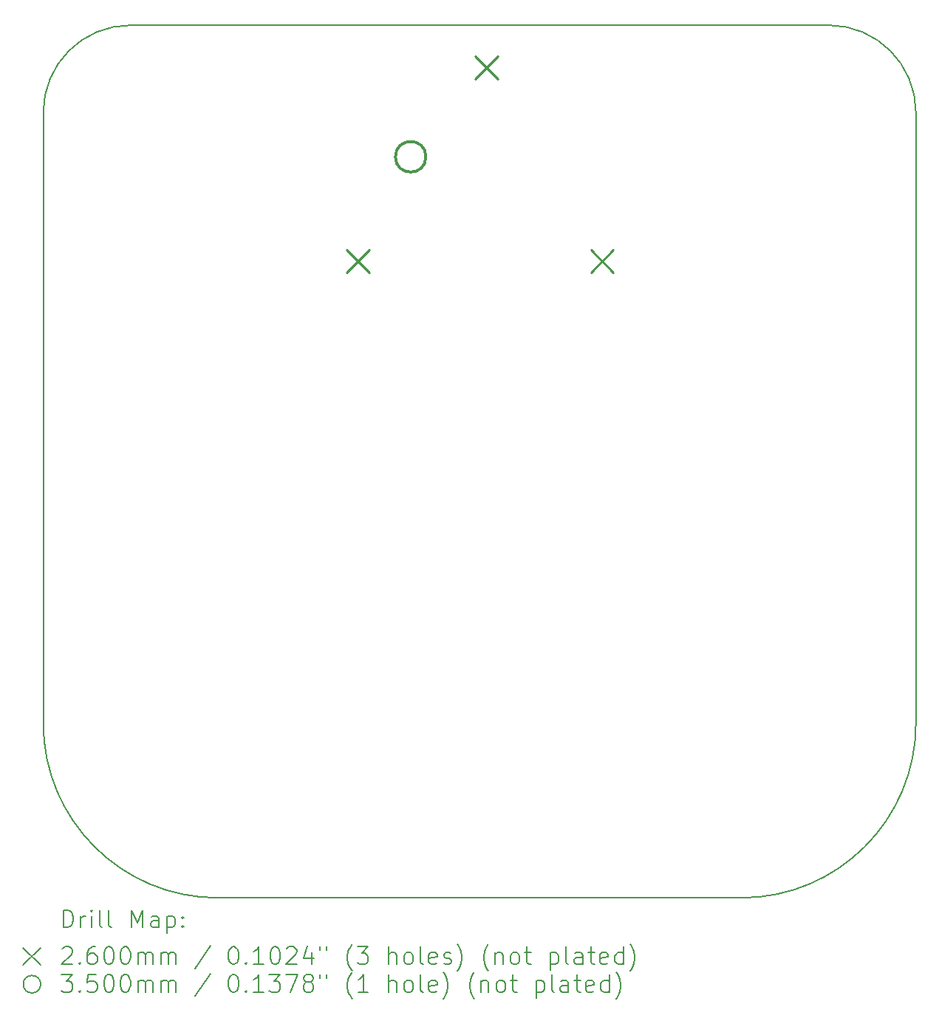
<source format=gbr>
%FSLAX45Y45*%
G04 Gerber Fmt 4.5, Leading zero omitted, Abs format (unit mm)*
G04 Created by KiCad (PCBNEW (5.99.0-12889-g70df3822b5)) date 2021-11-12 21:26:51*
%MOMM*%
%LPD*%
G01*
G04 APERTURE LIST*
%TA.AperFunction,Profile*%
%ADD10C,0.200000*%
%TD*%
%ADD11C,0.200000*%
%ADD12C,0.260000*%
%ADD13C,0.350000*%
G04 APERTURE END LIST*
D10*
X4445000Y-4953000D02*
X4445000Y-11953000D01*
X4445000Y-11953000D02*
G75*
G03*
X6445000Y-13953000I2000000J0D01*
G01*
X13445000Y-3953000D02*
X5445000Y-3953000D01*
X14445000Y-4953000D02*
G75*
G03*
X13445000Y-3953000I-1000000J0D01*
G01*
X5445000Y-3953000D02*
G75*
G03*
X4445000Y-4953000I0J-1000000D01*
G01*
X12445000Y-13953000D02*
G75*
G03*
X14445000Y-11953000I0J2000000D01*
G01*
X14445000Y-11953000D02*
X14445000Y-4953000D01*
X6445000Y-13953000D02*
X12445000Y-13953000D01*
D11*
D12*
X7920000Y-6530000D02*
X8180000Y-6790000D01*
X8180000Y-6530000D02*
X7920000Y-6790000D01*
X9395000Y-4310000D02*
X9655000Y-4570000D01*
X9655000Y-4310000D02*
X9395000Y-4570000D01*
X10720000Y-6530000D02*
X10980000Y-6790000D01*
X10980000Y-6530000D02*
X10720000Y-6790000D01*
D13*
X8830000Y-5461000D02*
G75*
G03*
X8830000Y-5461000I-175000J0D01*
G01*
D11*
X4672619Y-14293476D02*
X4672619Y-14093476D01*
X4720238Y-14093476D01*
X4748810Y-14103000D01*
X4767857Y-14122048D01*
X4777381Y-14141095D01*
X4786905Y-14179190D01*
X4786905Y-14207762D01*
X4777381Y-14245857D01*
X4767857Y-14264905D01*
X4748810Y-14283952D01*
X4720238Y-14293476D01*
X4672619Y-14293476D01*
X4872619Y-14293476D02*
X4872619Y-14160143D01*
X4872619Y-14198238D02*
X4882143Y-14179190D01*
X4891667Y-14169667D01*
X4910714Y-14160143D01*
X4929762Y-14160143D01*
X4996429Y-14293476D02*
X4996429Y-14160143D01*
X4996429Y-14093476D02*
X4986905Y-14103000D01*
X4996429Y-14112524D01*
X5005952Y-14103000D01*
X4996429Y-14093476D01*
X4996429Y-14112524D01*
X5120238Y-14293476D02*
X5101190Y-14283952D01*
X5091667Y-14264905D01*
X5091667Y-14093476D01*
X5225000Y-14293476D02*
X5205952Y-14283952D01*
X5196429Y-14264905D01*
X5196429Y-14093476D01*
X5453571Y-14293476D02*
X5453571Y-14093476D01*
X5520238Y-14236333D01*
X5586905Y-14093476D01*
X5586905Y-14293476D01*
X5767857Y-14293476D02*
X5767857Y-14188714D01*
X5758333Y-14169667D01*
X5739286Y-14160143D01*
X5701190Y-14160143D01*
X5682143Y-14169667D01*
X5767857Y-14283952D02*
X5748809Y-14293476D01*
X5701190Y-14293476D01*
X5682143Y-14283952D01*
X5672619Y-14264905D01*
X5672619Y-14245857D01*
X5682143Y-14226809D01*
X5701190Y-14217286D01*
X5748809Y-14217286D01*
X5767857Y-14207762D01*
X5863095Y-14160143D02*
X5863095Y-14360143D01*
X5863095Y-14169667D02*
X5882143Y-14160143D01*
X5920238Y-14160143D01*
X5939286Y-14169667D01*
X5948809Y-14179190D01*
X5958333Y-14198238D01*
X5958333Y-14255381D01*
X5948809Y-14274428D01*
X5939286Y-14283952D01*
X5920238Y-14293476D01*
X5882143Y-14293476D01*
X5863095Y-14283952D01*
X6044048Y-14274428D02*
X6053571Y-14283952D01*
X6044048Y-14293476D01*
X6034524Y-14283952D01*
X6044048Y-14274428D01*
X6044048Y-14293476D01*
X6044048Y-14169667D02*
X6053571Y-14179190D01*
X6044048Y-14188714D01*
X6034524Y-14179190D01*
X6044048Y-14169667D01*
X6044048Y-14188714D01*
X4215000Y-14523000D02*
X4415000Y-14723000D01*
X4415000Y-14523000D02*
X4215000Y-14723000D01*
X4663095Y-14532524D02*
X4672619Y-14523000D01*
X4691667Y-14513476D01*
X4739286Y-14513476D01*
X4758333Y-14523000D01*
X4767857Y-14532524D01*
X4777381Y-14551571D01*
X4777381Y-14570619D01*
X4767857Y-14599190D01*
X4653571Y-14713476D01*
X4777381Y-14713476D01*
X4863095Y-14694428D02*
X4872619Y-14703952D01*
X4863095Y-14713476D01*
X4853571Y-14703952D01*
X4863095Y-14694428D01*
X4863095Y-14713476D01*
X5044048Y-14513476D02*
X5005952Y-14513476D01*
X4986905Y-14523000D01*
X4977381Y-14532524D01*
X4958333Y-14561095D01*
X4948810Y-14599190D01*
X4948810Y-14675381D01*
X4958333Y-14694428D01*
X4967857Y-14703952D01*
X4986905Y-14713476D01*
X5025000Y-14713476D01*
X5044048Y-14703952D01*
X5053571Y-14694428D01*
X5063095Y-14675381D01*
X5063095Y-14627762D01*
X5053571Y-14608714D01*
X5044048Y-14599190D01*
X5025000Y-14589667D01*
X4986905Y-14589667D01*
X4967857Y-14599190D01*
X4958333Y-14608714D01*
X4948810Y-14627762D01*
X5186905Y-14513476D02*
X5205952Y-14513476D01*
X5225000Y-14523000D01*
X5234524Y-14532524D01*
X5244048Y-14551571D01*
X5253571Y-14589667D01*
X5253571Y-14637286D01*
X5244048Y-14675381D01*
X5234524Y-14694428D01*
X5225000Y-14703952D01*
X5205952Y-14713476D01*
X5186905Y-14713476D01*
X5167857Y-14703952D01*
X5158333Y-14694428D01*
X5148810Y-14675381D01*
X5139286Y-14637286D01*
X5139286Y-14589667D01*
X5148810Y-14551571D01*
X5158333Y-14532524D01*
X5167857Y-14523000D01*
X5186905Y-14513476D01*
X5377381Y-14513476D02*
X5396429Y-14513476D01*
X5415476Y-14523000D01*
X5425000Y-14532524D01*
X5434524Y-14551571D01*
X5444048Y-14589667D01*
X5444048Y-14637286D01*
X5434524Y-14675381D01*
X5425000Y-14694428D01*
X5415476Y-14703952D01*
X5396429Y-14713476D01*
X5377381Y-14713476D01*
X5358333Y-14703952D01*
X5348810Y-14694428D01*
X5339286Y-14675381D01*
X5329762Y-14637286D01*
X5329762Y-14589667D01*
X5339286Y-14551571D01*
X5348810Y-14532524D01*
X5358333Y-14523000D01*
X5377381Y-14513476D01*
X5529762Y-14713476D02*
X5529762Y-14580143D01*
X5529762Y-14599190D02*
X5539286Y-14589667D01*
X5558333Y-14580143D01*
X5586905Y-14580143D01*
X5605952Y-14589667D01*
X5615476Y-14608714D01*
X5615476Y-14713476D01*
X5615476Y-14608714D02*
X5625000Y-14589667D01*
X5644048Y-14580143D01*
X5672619Y-14580143D01*
X5691667Y-14589667D01*
X5701190Y-14608714D01*
X5701190Y-14713476D01*
X5796428Y-14713476D02*
X5796428Y-14580143D01*
X5796428Y-14599190D02*
X5805952Y-14589667D01*
X5825000Y-14580143D01*
X5853571Y-14580143D01*
X5872619Y-14589667D01*
X5882143Y-14608714D01*
X5882143Y-14713476D01*
X5882143Y-14608714D02*
X5891667Y-14589667D01*
X5910714Y-14580143D01*
X5939286Y-14580143D01*
X5958333Y-14589667D01*
X5967857Y-14608714D01*
X5967857Y-14713476D01*
X6358333Y-14503952D02*
X6186905Y-14761095D01*
X6615476Y-14513476D02*
X6634524Y-14513476D01*
X6653571Y-14523000D01*
X6663095Y-14532524D01*
X6672619Y-14551571D01*
X6682143Y-14589667D01*
X6682143Y-14637286D01*
X6672619Y-14675381D01*
X6663095Y-14694428D01*
X6653571Y-14703952D01*
X6634524Y-14713476D01*
X6615476Y-14713476D01*
X6596428Y-14703952D01*
X6586905Y-14694428D01*
X6577381Y-14675381D01*
X6567857Y-14637286D01*
X6567857Y-14589667D01*
X6577381Y-14551571D01*
X6586905Y-14532524D01*
X6596428Y-14523000D01*
X6615476Y-14513476D01*
X6767857Y-14694428D02*
X6777381Y-14703952D01*
X6767857Y-14713476D01*
X6758333Y-14703952D01*
X6767857Y-14694428D01*
X6767857Y-14713476D01*
X6967857Y-14713476D02*
X6853571Y-14713476D01*
X6910714Y-14713476D02*
X6910714Y-14513476D01*
X6891667Y-14542048D01*
X6872619Y-14561095D01*
X6853571Y-14570619D01*
X7091667Y-14513476D02*
X7110714Y-14513476D01*
X7129762Y-14523000D01*
X7139286Y-14532524D01*
X7148809Y-14551571D01*
X7158333Y-14589667D01*
X7158333Y-14637286D01*
X7148809Y-14675381D01*
X7139286Y-14694428D01*
X7129762Y-14703952D01*
X7110714Y-14713476D01*
X7091667Y-14713476D01*
X7072619Y-14703952D01*
X7063095Y-14694428D01*
X7053571Y-14675381D01*
X7044048Y-14637286D01*
X7044048Y-14589667D01*
X7053571Y-14551571D01*
X7063095Y-14532524D01*
X7072619Y-14523000D01*
X7091667Y-14513476D01*
X7234524Y-14532524D02*
X7244048Y-14523000D01*
X7263095Y-14513476D01*
X7310714Y-14513476D01*
X7329762Y-14523000D01*
X7339286Y-14532524D01*
X7348809Y-14551571D01*
X7348809Y-14570619D01*
X7339286Y-14599190D01*
X7225000Y-14713476D01*
X7348809Y-14713476D01*
X7520238Y-14580143D02*
X7520238Y-14713476D01*
X7472619Y-14503952D02*
X7425000Y-14646809D01*
X7548809Y-14646809D01*
X7615476Y-14513476D02*
X7615476Y-14551571D01*
X7691667Y-14513476D02*
X7691667Y-14551571D01*
X7986905Y-14789667D02*
X7977381Y-14780143D01*
X7958333Y-14751571D01*
X7948809Y-14732524D01*
X7939286Y-14703952D01*
X7929762Y-14656333D01*
X7929762Y-14618238D01*
X7939286Y-14570619D01*
X7948809Y-14542048D01*
X7958333Y-14523000D01*
X7977381Y-14494428D01*
X7986905Y-14484905D01*
X8044048Y-14513476D02*
X8167857Y-14513476D01*
X8101190Y-14589667D01*
X8129762Y-14589667D01*
X8148809Y-14599190D01*
X8158333Y-14608714D01*
X8167857Y-14627762D01*
X8167857Y-14675381D01*
X8158333Y-14694428D01*
X8148809Y-14703952D01*
X8129762Y-14713476D01*
X8072619Y-14713476D01*
X8053571Y-14703952D01*
X8044048Y-14694428D01*
X8405952Y-14713476D02*
X8405952Y-14513476D01*
X8491667Y-14713476D02*
X8491667Y-14608714D01*
X8482143Y-14589667D01*
X8463095Y-14580143D01*
X8434524Y-14580143D01*
X8415476Y-14589667D01*
X8405952Y-14599190D01*
X8615476Y-14713476D02*
X8596429Y-14703952D01*
X8586905Y-14694428D01*
X8577381Y-14675381D01*
X8577381Y-14618238D01*
X8586905Y-14599190D01*
X8596429Y-14589667D01*
X8615476Y-14580143D01*
X8644048Y-14580143D01*
X8663095Y-14589667D01*
X8672619Y-14599190D01*
X8682143Y-14618238D01*
X8682143Y-14675381D01*
X8672619Y-14694428D01*
X8663095Y-14703952D01*
X8644048Y-14713476D01*
X8615476Y-14713476D01*
X8796429Y-14713476D02*
X8777381Y-14703952D01*
X8767857Y-14684905D01*
X8767857Y-14513476D01*
X8948810Y-14703952D02*
X8929762Y-14713476D01*
X8891667Y-14713476D01*
X8872619Y-14703952D01*
X8863095Y-14684905D01*
X8863095Y-14608714D01*
X8872619Y-14589667D01*
X8891667Y-14580143D01*
X8929762Y-14580143D01*
X8948810Y-14589667D01*
X8958333Y-14608714D01*
X8958333Y-14627762D01*
X8863095Y-14646809D01*
X9034524Y-14703952D02*
X9053571Y-14713476D01*
X9091667Y-14713476D01*
X9110714Y-14703952D01*
X9120238Y-14684905D01*
X9120238Y-14675381D01*
X9110714Y-14656333D01*
X9091667Y-14646809D01*
X9063095Y-14646809D01*
X9044048Y-14637286D01*
X9034524Y-14618238D01*
X9034524Y-14608714D01*
X9044048Y-14589667D01*
X9063095Y-14580143D01*
X9091667Y-14580143D01*
X9110714Y-14589667D01*
X9186905Y-14789667D02*
X9196429Y-14780143D01*
X9215476Y-14751571D01*
X9225000Y-14732524D01*
X9234524Y-14703952D01*
X9244048Y-14656333D01*
X9244048Y-14618238D01*
X9234524Y-14570619D01*
X9225000Y-14542048D01*
X9215476Y-14523000D01*
X9196429Y-14494428D01*
X9186905Y-14484905D01*
X9548810Y-14789667D02*
X9539286Y-14780143D01*
X9520238Y-14751571D01*
X9510714Y-14732524D01*
X9501190Y-14703952D01*
X9491667Y-14656333D01*
X9491667Y-14618238D01*
X9501190Y-14570619D01*
X9510714Y-14542048D01*
X9520238Y-14523000D01*
X9539286Y-14494428D01*
X9548810Y-14484905D01*
X9625000Y-14580143D02*
X9625000Y-14713476D01*
X9625000Y-14599190D02*
X9634524Y-14589667D01*
X9653571Y-14580143D01*
X9682143Y-14580143D01*
X9701190Y-14589667D01*
X9710714Y-14608714D01*
X9710714Y-14713476D01*
X9834524Y-14713476D02*
X9815476Y-14703952D01*
X9805952Y-14694428D01*
X9796429Y-14675381D01*
X9796429Y-14618238D01*
X9805952Y-14599190D01*
X9815476Y-14589667D01*
X9834524Y-14580143D01*
X9863095Y-14580143D01*
X9882143Y-14589667D01*
X9891667Y-14599190D01*
X9901190Y-14618238D01*
X9901190Y-14675381D01*
X9891667Y-14694428D01*
X9882143Y-14703952D01*
X9863095Y-14713476D01*
X9834524Y-14713476D01*
X9958333Y-14580143D02*
X10034524Y-14580143D01*
X9986905Y-14513476D02*
X9986905Y-14684905D01*
X9996429Y-14703952D01*
X10015476Y-14713476D01*
X10034524Y-14713476D01*
X10253571Y-14580143D02*
X10253571Y-14780143D01*
X10253571Y-14589667D02*
X10272619Y-14580143D01*
X10310714Y-14580143D01*
X10329762Y-14589667D01*
X10339286Y-14599190D01*
X10348810Y-14618238D01*
X10348810Y-14675381D01*
X10339286Y-14694428D01*
X10329762Y-14703952D01*
X10310714Y-14713476D01*
X10272619Y-14713476D01*
X10253571Y-14703952D01*
X10463095Y-14713476D02*
X10444048Y-14703952D01*
X10434524Y-14684905D01*
X10434524Y-14513476D01*
X10625000Y-14713476D02*
X10625000Y-14608714D01*
X10615476Y-14589667D01*
X10596429Y-14580143D01*
X10558333Y-14580143D01*
X10539286Y-14589667D01*
X10625000Y-14703952D02*
X10605952Y-14713476D01*
X10558333Y-14713476D01*
X10539286Y-14703952D01*
X10529762Y-14684905D01*
X10529762Y-14665857D01*
X10539286Y-14646809D01*
X10558333Y-14637286D01*
X10605952Y-14637286D01*
X10625000Y-14627762D01*
X10691667Y-14580143D02*
X10767857Y-14580143D01*
X10720238Y-14513476D02*
X10720238Y-14684905D01*
X10729762Y-14703952D01*
X10748810Y-14713476D01*
X10767857Y-14713476D01*
X10910714Y-14703952D02*
X10891667Y-14713476D01*
X10853571Y-14713476D01*
X10834524Y-14703952D01*
X10825000Y-14684905D01*
X10825000Y-14608714D01*
X10834524Y-14589667D01*
X10853571Y-14580143D01*
X10891667Y-14580143D01*
X10910714Y-14589667D01*
X10920238Y-14608714D01*
X10920238Y-14627762D01*
X10825000Y-14646809D01*
X11091667Y-14713476D02*
X11091667Y-14513476D01*
X11091667Y-14703952D02*
X11072619Y-14713476D01*
X11034524Y-14713476D01*
X11015476Y-14703952D01*
X11005952Y-14694428D01*
X10996429Y-14675381D01*
X10996429Y-14618238D01*
X11005952Y-14599190D01*
X11015476Y-14589667D01*
X11034524Y-14580143D01*
X11072619Y-14580143D01*
X11091667Y-14589667D01*
X11167857Y-14789667D02*
X11177381Y-14780143D01*
X11196428Y-14751571D01*
X11205952Y-14732524D01*
X11215476Y-14703952D01*
X11225000Y-14656333D01*
X11225000Y-14618238D01*
X11215476Y-14570619D01*
X11205952Y-14542048D01*
X11196428Y-14523000D01*
X11177381Y-14494428D01*
X11167857Y-14484905D01*
X4415000Y-14943000D02*
G75*
G03*
X4415000Y-14943000I-100000J0D01*
G01*
X4653571Y-14833476D02*
X4777381Y-14833476D01*
X4710714Y-14909667D01*
X4739286Y-14909667D01*
X4758333Y-14919190D01*
X4767857Y-14928714D01*
X4777381Y-14947762D01*
X4777381Y-14995381D01*
X4767857Y-15014428D01*
X4758333Y-15023952D01*
X4739286Y-15033476D01*
X4682143Y-15033476D01*
X4663095Y-15023952D01*
X4653571Y-15014428D01*
X4863095Y-15014428D02*
X4872619Y-15023952D01*
X4863095Y-15033476D01*
X4853571Y-15023952D01*
X4863095Y-15014428D01*
X4863095Y-15033476D01*
X5053571Y-14833476D02*
X4958333Y-14833476D01*
X4948810Y-14928714D01*
X4958333Y-14919190D01*
X4977381Y-14909667D01*
X5025000Y-14909667D01*
X5044048Y-14919190D01*
X5053571Y-14928714D01*
X5063095Y-14947762D01*
X5063095Y-14995381D01*
X5053571Y-15014428D01*
X5044048Y-15023952D01*
X5025000Y-15033476D01*
X4977381Y-15033476D01*
X4958333Y-15023952D01*
X4948810Y-15014428D01*
X5186905Y-14833476D02*
X5205952Y-14833476D01*
X5225000Y-14843000D01*
X5234524Y-14852524D01*
X5244048Y-14871571D01*
X5253571Y-14909667D01*
X5253571Y-14957286D01*
X5244048Y-14995381D01*
X5234524Y-15014428D01*
X5225000Y-15023952D01*
X5205952Y-15033476D01*
X5186905Y-15033476D01*
X5167857Y-15023952D01*
X5158333Y-15014428D01*
X5148810Y-14995381D01*
X5139286Y-14957286D01*
X5139286Y-14909667D01*
X5148810Y-14871571D01*
X5158333Y-14852524D01*
X5167857Y-14843000D01*
X5186905Y-14833476D01*
X5377381Y-14833476D02*
X5396429Y-14833476D01*
X5415476Y-14843000D01*
X5425000Y-14852524D01*
X5434524Y-14871571D01*
X5444048Y-14909667D01*
X5444048Y-14957286D01*
X5434524Y-14995381D01*
X5425000Y-15014428D01*
X5415476Y-15023952D01*
X5396429Y-15033476D01*
X5377381Y-15033476D01*
X5358333Y-15023952D01*
X5348810Y-15014428D01*
X5339286Y-14995381D01*
X5329762Y-14957286D01*
X5329762Y-14909667D01*
X5339286Y-14871571D01*
X5348810Y-14852524D01*
X5358333Y-14843000D01*
X5377381Y-14833476D01*
X5529762Y-15033476D02*
X5529762Y-14900143D01*
X5529762Y-14919190D02*
X5539286Y-14909667D01*
X5558333Y-14900143D01*
X5586905Y-14900143D01*
X5605952Y-14909667D01*
X5615476Y-14928714D01*
X5615476Y-15033476D01*
X5615476Y-14928714D02*
X5625000Y-14909667D01*
X5644048Y-14900143D01*
X5672619Y-14900143D01*
X5691667Y-14909667D01*
X5701190Y-14928714D01*
X5701190Y-15033476D01*
X5796428Y-15033476D02*
X5796428Y-14900143D01*
X5796428Y-14919190D02*
X5805952Y-14909667D01*
X5825000Y-14900143D01*
X5853571Y-14900143D01*
X5872619Y-14909667D01*
X5882143Y-14928714D01*
X5882143Y-15033476D01*
X5882143Y-14928714D02*
X5891667Y-14909667D01*
X5910714Y-14900143D01*
X5939286Y-14900143D01*
X5958333Y-14909667D01*
X5967857Y-14928714D01*
X5967857Y-15033476D01*
X6358333Y-14823952D02*
X6186905Y-15081095D01*
X6615476Y-14833476D02*
X6634524Y-14833476D01*
X6653571Y-14843000D01*
X6663095Y-14852524D01*
X6672619Y-14871571D01*
X6682143Y-14909667D01*
X6682143Y-14957286D01*
X6672619Y-14995381D01*
X6663095Y-15014428D01*
X6653571Y-15023952D01*
X6634524Y-15033476D01*
X6615476Y-15033476D01*
X6596428Y-15023952D01*
X6586905Y-15014428D01*
X6577381Y-14995381D01*
X6567857Y-14957286D01*
X6567857Y-14909667D01*
X6577381Y-14871571D01*
X6586905Y-14852524D01*
X6596428Y-14843000D01*
X6615476Y-14833476D01*
X6767857Y-15014428D02*
X6777381Y-15023952D01*
X6767857Y-15033476D01*
X6758333Y-15023952D01*
X6767857Y-15014428D01*
X6767857Y-15033476D01*
X6967857Y-15033476D02*
X6853571Y-15033476D01*
X6910714Y-15033476D02*
X6910714Y-14833476D01*
X6891667Y-14862048D01*
X6872619Y-14881095D01*
X6853571Y-14890619D01*
X7034524Y-14833476D02*
X7158333Y-14833476D01*
X7091667Y-14909667D01*
X7120238Y-14909667D01*
X7139286Y-14919190D01*
X7148809Y-14928714D01*
X7158333Y-14947762D01*
X7158333Y-14995381D01*
X7148809Y-15014428D01*
X7139286Y-15023952D01*
X7120238Y-15033476D01*
X7063095Y-15033476D01*
X7044048Y-15023952D01*
X7034524Y-15014428D01*
X7225000Y-14833476D02*
X7358333Y-14833476D01*
X7272619Y-15033476D01*
X7463095Y-14919190D02*
X7444048Y-14909667D01*
X7434524Y-14900143D01*
X7425000Y-14881095D01*
X7425000Y-14871571D01*
X7434524Y-14852524D01*
X7444048Y-14843000D01*
X7463095Y-14833476D01*
X7501190Y-14833476D01*
X7520238Y-14843000D01*
X7529762Y-14852524D01*
X7539286Y-14871571D01*
X7539286Y-14881095D01*
X7529762Y-14900143D01*
X7520238Y-14909667D01*
X7501190Y-14919190D01*
X7463095Y-14919190D01*
X7444048Y-14928714D01*
X7434524Y-14938238D01*
X7425000Y-14957286D01*
X7425000Y-14995381D01*
X7434524Y-15014428D01*
X7444048Y-15023952D01*
X7463095Y-15033476D01*
X7501190Y-15033476D01*
X7520238Y-15023952D01*
X7529762Y-15014428D01*
X7539286Y-14995381D01*
X7539286Y-14957286D01*
X7529762Y-14938238D01*
X7520238Y-14928714D01*
X7501190Y-14919190D01*
X7615476Y-14833476D02*
X7615476Y-14871571D01*
X7691667Y-14833476D02*
X7691667Y-14871571D01*
X7986905Y-15109667D02*
X7977381Y-15100143D01*
X7958333Y-15071571D01*
X7948809Y-15052524D01*
X7939286Y-15023952D01*
X7929762Y-14976333D01*
X7929762Y-14938238D01*
X7939286Y-14890619D01*
X7948809Y-14862048D01*
X7958333Y-14843000D01*
X7977381Y-14814428D01*
X7986905Y-14804905D01*
X8167857Y-15033476D02*
X8053571Y-15033476D01*
X8110714Y-15033476D02*
X8110714Y-14833476D01*
X8091667Y-14862048D01*
X8072619Y-14881095D01*
X8053571Y-14890619D01*
X8405952Y-15033476D02*
X8405952Y-14833476D01*
X8491667Y-15033476D02*
X8491667Y-14928714D01*
X8482143Y-14909667D01*
X8463095Y-14900143D01*
X8434524Y-14900143D01*
X8415476Y-14909667D01*
X8405952Y-14919190D01*
X8615476Y-15033476D02*
X8596429Y-15023952D01*
X8586905Y-15014428D01*
X8577381Y-14995381D01*
X8577381Y-14938238D01*
X8586905Y-14919190D01*
X8596429Y-14909667D01*
X8615476Y-14900143D01*
X8644048Y-14900143D01*
X8663095Y-14909667D01*
X8672619Y-14919190D01*
X8682143Y-14938238D01*
X8682143Y-14995381D01*
X8672619Y-15014428D01*
X8663095Y-15023952D01*
X8644048Y-15033476D01*
X8615476Y-15033476D01*
X8796429Y-15033476D02*
X8777381Y-15023952D01*
X8767857Y-15004905D01*
X8767857Y-14833476D01*
X8948810Y-15023952D02*
X8929762Y-15033476D01*
X8891667Y-15033476D01*
X8872619Y-15023952D01*
X8863095Y-15004905D01*
X8863095Y-14928714D01*
X8872619Y-14909667D01*
X8891667Y-14900143D01*
X8929762Y-14900143D01*
X8948810Y-14909667D01*
X8958333Y-14928714D01*
X8958333Y-14947762D01*
X8863095Y-14966809D01*
X9025000Y-15109667D02*
X9034524Y-15100143D01*
X9053571Y-15071571D01*
X9063095Y-15052524D01*
X9072619Y-15023952D01*
X9082143Y-14976333D01*
X9082143Y-14938238D01*
X9072619Y-14890619D01*
X9063095Y-14862048D01*
X9053571Y-14843000D01*
X9034524Y-14814428D01*
X9025000Y-14804905D01*
X9386905Y-15109667D02*
X9377381Y-15100143D01*
X9358333Y-15071571D01*
X9348810Y-15052524D01*
X9339286Y-15023952D01*
X9329762Y-14976333D01*
X9329762Y-14938238D01*
X9339286Y-14890619D01*
X9348810Y-14862048D01*
X9358333Y-14843000D01*
X9377381Y-14814428D01*
X9386905Y-14804905D01*
X9463095Y-14900143D02*
X9463095Y-15033476D01*
X9463095Y-14919190D02*
X9472619Y-14909667D01*
X9491667Y-14900143D01*
X9520238Y-14900143D01*
X9539286Y-14909667D01*
X9548810Y-14928714D01*
X9548810Y-15033476D01*
X9672619Y-15033476D02*
X9653571Y-15023952D01*
X9644048Y-15014428D01*
X9634524Y-14995381D01*
X9634524Y-14938238D01*
X9644048Y-14919190D01*
X9653571Y-14909667D01*
X9672619Y-14900143D01*
X9701190Y-14900143D01*
X9720238Y-14909667D01*
X9729762Y-14919190D01*
X9739286Y-14938238D01*
X9739286Y-14995381D01*
X9729762Y-15014428D01*
X9720238Y-15023952D01*
X9701190Y-15033476D01*
X9672619Y-15033476D01*
X9796429Y-14900143D02*
X9872619Y-14900143D01*
X9825000Y-14833476D02*
X9825000Y-15004905D01*
X9834524Y-15023952D01*
X9853571Y-15033476D01*
X9872619Y-15033476D01*
X10091667Y-14900143D02*
X10091667Y-15100143D01*
X10091667Y-14909667D02*
X10110714Y-14900143D01*
X10148810Y-14900143D01*
X10167857Y-14909667D01*
X10177381Y-14919190D01*
X10186905Y-14938238D01*
X10186905Y-14995381D01*
X10177381Y-15014428D01*
X10167857Y-15023952D01*
X10148810Y-15033476D01*
X10110714Y-15033476D01*
X10091667Y-15023952D01*
X10301190Y-15033476D02*
X10282143Y-15023952D01*
X10272619Y-15004905D01*
X10272619Y-14833476D01*
X10463095Y-15033476D02*
X10463095Y-14928714D01*
X10453571Y-14909667D01*
X10434524Y-14900143D01*
X10396429Y-14900143D01*
X10377381Y-14909667D01*
X10463095Y-15023952D02*
X10444048Y-15033476D01*
X10396429Y-15033476D01*
X10377381Y-15023952D01*
X10367857Y-15004905D01*
X10367857Y-14985857D01*
X10377381Y-14966809D01*
X10396429Y-14957286D01*
X10444048Y-14957286D01*
X10463095Y-14947762D01*
X10529762Y-14900143D02*
X10605952Y-14900143D01*
X10558333Y-14833476D02*
X10558333Y-15004905D01*
X10567857Y-15023952D01*
X10586905Y-15033476D01*
X10605952Y-15033476D01*
X10748810Y-15023952D02*
X10729762Y-15033476D01*
X10691667Y-15033476D01*
X10672619Y-15023952D01*
X10663095Y-15004905D01*
X10663095Y-14928714D01*
X10672619Y-14909667D01*
X10691667Y-14900143D01*
X10729762Y-14900143D01*
X10748810Y-14909667D01*
X10758333Y-14928714D01*
X10758333Y-14947762D01*
X10663095Y-14966809D01*
X10929762Y-15033476D02*
X10929762Y-14833476D01*
X10929762Y-15023952D02*
X10910714Y-15033476D01*
X10872619Y-15033476D01*
X10853571Y-15023952D01*
X10844048Y-15014428D01*
X10834524Y-14995381D01*
X10834524Y-14938238D01*
X10844048Y-14919190D01*
X10853571Y-14909667D01*
X10872619Y-14900143D01*
X10910714Y-14900143D01*
X10929762Y-14909667D01*
X11005952Y-15109667D02*
X11015476Y-15100143D01*
X11034524Y-15071571D01*
X11044048Y-15052524D01*
X11053571Y-15023952D01*
X11063095Y-14976333D01*
X11063095Y-14938238D01*
X11053571Y-14890619D01*
X11044048Y-14862048D01*
X11034524Y-14843000D01*
X11015476Y-14814428D01*
X11005952Y-14804905D01*
M02*

</source>
